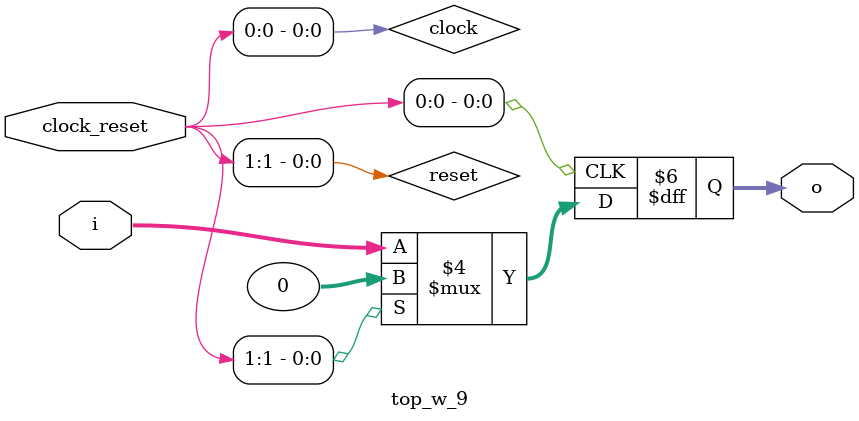
<source format=v>
module top(input wire [1:0] clock_reset, input wire [512:0] i, output wire [256:0] o);
    wire [1409:0] od;
    wire [1152:0] d;
    wire [1152:0] q;
    assign o = od[256:0];
    top_state c0 (.clock_reset(clock_reset),.i(d[640:0]),.o(q[640:0]));
    top_w c1 (.clock_reset(clock_reset),.i(d[1152:641]),.o(q[1152:641]));
    assign od = kernel_kernel(clock_reset, i, q);
    assign d = od[1409:257];
    function [1409:0] kernel_kernel(input reg [1:0] arg_0, input reg [512:0] arg_1, input reg [1152:0] arg_2);
        reg [640:0] r0;
        reg [1152:0] r1;
        reg [255:0] r2;
        reg [0:0] r3;
        reg [512:0] r4;
        reg [511:0] r5;
        reg [31:0] r6;
        reg [1152:0] r7;
        reg [511:0] r8;
        reg [31:0] r9;
        reg [1152:0] r10;
        reg [511:0] r11;
        reg [31:0] r12;
        reg [1152:0] r13;
        reg [511:0] r14;
        reg [31:0] r15;
        reg [1152:0] r16;
        reg [511:0] r17;
        reg [31:0] r18;
        reg [1152:0] r19;
        reg [511:0] r20;
        reg [31:0] r21;
        reg [1152:0] r22;
        reg [511:0] r23;
        reg [31:0] r24;
        reg [1152:0] r25;
        reg [511:0] r26;
        reg [31:0] r27;
        reg [1152:0] r28;
        reg [511:0] r29;
        reg [31:0] r30;
        reg [1152:0] r31;
        reg [511:0] r32;
        reg [31:0] r33;
        reg [1152:0] r34;
        reg [511:0] r35;
        reg [31:0] r36;
        reg [1152:0] r37;
        reg [511:0] r38;
        reg [31:0] r39;
        reg [1152:0] r40;
        reg [511:0] r41;
        reg [31:0] r42;
        reg [1152:0] r43;
        reg [511:0] r44;
        reg [31:0] r45;
        reg [1152:0] r46;
        reg [511:0] r47;
        reg [31:0] r48;
        reg [1152:0] r49;
        reg [511:0] r50;
        reg [31:0] r51;
        reg [1152:0] r52;
        reg [640:0] r53;
        reg [0:0] r54;
        reg [0:0] r55;
        reg [640:0] r56;
        reg [127:0] r57;
        reg [640:0] r58;
        reg [1152:0] r59;
        reg [0:0] r60;
        reg [511:0] r61;
        reg [31:0] r62;
        reg [1152:0] r63;
        reg [511:0] r64;
        reg [31:0] r65;
        reg [1152:0] r66;
        reg [511:0] r67;
        reg [31:0] r68;
        reg [1152:0] r69;
        reg [511:0] r70;
        reg [31:0] r71;
        reg [1152:0] r72;
        reg [511:0] r73;
        reg [31:0] r74;
        reg [1152:0] r75;
        reg [511:0] r76;
        reg [31:0] r77;
        reg [1152:0] r78;
        reg [511:0] r79;
        reg [31:0] r80;
        reg [1152:0] r81;
        reg [511:0] r82;
        reg [31:0] r83;
        reg [1152:0] r84;
        reg [511:0] r85;
        reg [31:0] r86;
        reg [1152:0] r87;
        reg [511:0] r88;
        reg [31:0] r89;
        reg [1152:0] r90;
        reg [511:0] r91;
        reg [31:0] r92;
        reg [1152:0] r93;
        reg [511:0] r94;
        reg [31:0] r95;
        reg [1152:0] r96;
        reg [511:0] r97;
        reg [31:0] r98;
        reg [1152:0] r99;
        reg [511:0] r100;
        reg [31:0] r101;
        reg [1152:0] r102;
        reg [511:0] r103;
        reg [31:0] r104;
        reg [1152:0] r105;
        reg [640:0] r106;
        reg [127:0] r107;
        reg [511:0] r108;
        reg [31:0] r109;
        reg [511:0] r110;
        reg [31:0] r111;
        reg [511:0] r112;
        reg [31:0] r113;
        reg [511:0] r114;
        reg [31:0] r115;
        reg [31:0] r121;
        reg [0:0] r122;
        reg [31:0] r127;
        reg [31:0] r129;
        reg [31:0] r130;
        reg [31:0] r135;
        reg [31:0] r137;
        reg [31:0] r138;
        reg [31:0] r140;
        reg [31:0] r141;
        reg [31:0] r142;
        reg [31:0] r144;
        reg [31:0] r149;
        reg [31:0] r151;
        reg [31:0] r152;
        reg [31:0] r157;
        reg [31:0] r159;
        reg [31:0] r160;
        reg [31:0] r162;
        reg [31:0] r163;
        reg [31:0] r164;
        reg [31:0] r166;
        reg [31:0] r167;
        reg [1152:0] r169;
        reg [511:0] r170;
        reg [31:0] r171;
        reg [1152:0] r172;
        reg [511:0] r173;
        reg [31:0] r174;
        reg [1152:0] r175;
        reg [511:0] r176;
        reg [31:0] r177;
        reg [1152:0] r178;
        reg [511:0] r179;
        reg [31:0] r180;
        reg [1152:0] r181;
        reg [511:0] r182;
        reg [31:0] r183;
        reg [1152:0] r184;
        reg [511:0] r185;
        reg [31:0] r186;
        reg [1152:0] r187;
        reg [511:0] r188;
        reg [31:0] r189;
        reg [1152:0] r190;
        reg [511:0] r191;
        reg [31:0] r192;
        reg [1152:0] r193;
        reg [511:0] r194;
        reg [31:0] r195;
        reg [1152:0] r196;
        reg [511:0] r197;
        reg [31:0] r198;
        reg [1152:0] r199;
        reg [511:0] r200;
        reg [31:0] r201;
        reg [1152:0] r202;
        reg [511:0] r203;
        reg [31:0] r204;
        reg [1152:0] r205;
        reg [511:0] r206;
        reg [31:0] r207;
        reg [1152:0] r208;
        reg [511:0] r209;
        reg [31:0] r210;
        reg [1152:0] r211;
        reg [511:0] r212;
        reg [31:0] r213;
        reg [1152:0] r214;
        reg [511:0] r215;
        reg [31:0] r216;
        reg [1152:0] r217;
        reg [1152:0] r218;
        reg [0:0] r219;
        reg [0:0] r220;
        reg [63:0] r221;
        reg [0:0] r222;
        reg [511:0] r223;
        reg [31:0] r224;
        reg [0:0] r225;
        reg [511:0] r226;
        reg [31:0] r227;
        reg [0:0] r228;
        reg [511:0] r229;
        reg [31:0] r230;
        reg [0:0] r231;
        reg [511:0] r232;
        reg [31:0] r233;
        reg [0:0] r234;
        reg [511:0] r235;
        reg [31:0] r236;
        reg [0:0] r237;
        reg [511:0] r238;
        reg [31:0] r239;
        reg [0:0] r240;
        reg [511:0] r241;
        reg [31:0] r242;
        reg [0:0] r243;
        reg [511:0] r244;
        reg [31:0] r245;
        reg [0:0] r246;
        reg [511:0] r247;
        reg [31:0] r248;
        reg [0:0] r249;
        reg [511:0] r250;
        reg [31:0] r251;
        reg [0:0] r252;
        reg [511:0] r253;
        reg [31:0] r254;
        reg [0:0] r255;
        reg [511:0] r256;
        reg [31:0] r257;
        reg [0:0] r258;
        reg [511:0] r259;
        reg [31:0] r260;
        reg [0:0] r261;
        reg [511:0] r262;
        reg [31:0] r263;
        reg [0:0] r264;
        reg [511:0] r265;
        reg [31:0] r266;
        reg [511:0] r267;
        reg [31:0] r268;
        reg [31:0] r269;
        reg [31:0] r270;
        reg [31:0] r271;
        reg [31:0] r272;
        reg [31:0] r273;
        reg [31:0] r274;
        reg [31:0] r275;
        reg [31:0] r276;
        reg [31:0] r277;
        reg [31:0] r278;
        reg [31:0] r279;
        reg [31:0] r280;
        reg [31:0] r281;
        reg [31:0] r282;
        reg [31:0] r283;
        reg [511:0] r284;
        reg [31:0] r285;
        reg [31:0] r286;
        reg [640:0] r287;
        reg [31:0] r288;
        reg [31:0] r290;
        reg [31:0] r294;
        reg [31:0] r296;
        reg [31:0] r297;
        reg [31:0] r302;
        reg [31:0] r304;
        reg [31:0] r305;
        reg [31:0] r307;
        reg [31:0] r311;
        reg [31:0] r313;
        reg [31:0] r314;
        reg [640:0] r317;
        reg [31:0] r318;
        reg [640:0] r319;
        reg [31:0] r320;
        reg [640:0] r321;
        reg [31:0] r322;
        reg [31:0] r326;
        reg [31:0] r327;
        reg [31:0] r328;
        reg [31:0] r329;
        reg [640:0] r331;
        reg [31:0] r332;
        reg [31:0] r333;
        reg [31:0] r334;
        reg [640:0] r335;
        reg [127:0] r336;
        reg [31:0] r338;
        reg [63:0] r339;
        reg [0:0] r340;
        reg [13:0] r341;
        reg [27:0] r342;
        reg [13:0] r343;
        reg [13:0] r344;
        reg [127:0] r345;
        reg [31:0] r346;
        reg [31:0] r348;
        reg [31:0] r349;
        reg [640:0] r350;
        reg [31:0] r351;
        reg [31:0] r353;
        reg [31:0] r357;
        reg [31:0] r359;
        reg [31:0] r360;
        reg [31:0] r365;
        reg [31:0] r367;
        reg [31:0] r368;
        reg [31:0] r370;
        reg [31:0] r374;
        reg [31:0] r376;
        reg [31:0] r377;
        reg [640:0] r380;
        reg [31:0] r381;
        reg [640:0] r382;
        reg [31:0] r383;
        reg [640:0] r384;
        reg [31:0] r385;
        reg [31:0] r389;
        reg [31:0] r390;
        reg [31:0] r391;
        reg [31:0] r392;
        reg [31:0] r393;
        reg [31:0] r395;
        reg [640:0] r396;
        reg [31:0] r397;
        reg [1152:0] r398;
        reg [640:0] r399;
        reg [31:0] r400;
        reg [1152:0] r401;
        reg [640:0] r402;
        reg [31:0] r403;
        reg [1152:0] r404;
        reg [640:0] r405;
        reg [31:0] r406;
        reg [31:0] r407;
        reg [1152:0] r408;
        reg [640:0] r409;
        reg [31:0] r410;
        reg [1152:0] r411;
        reg [640:0] r412;
        reg [31:0] r413;
        reg [1152:0] r414;
        reg [640:0] r415;
        reg [31:0] r416;
        reg [1152:0] r417;
        reg [31:0] r418;
        reg [1152:0] r419;
        reg [127:0] r420;
        reg [127:0] r421;
        reg [1152:0] r422;
        reg [0:0] r423;
        reg [640:0] r424;
        reg [255:0] r425;
        reg [31:0] r426;
        reg [640:0] r427;
        reg [31:0] r428;
        reg [31:0] r429;
        reg [1152:0] r430;
        reg [640:0] r431;
        reg [255:0] r432;
        reg [31:0] r433;
        reg [640:0] r434;
        reg [31:0] r435;
        reg [31:0] r436;
        reg [1152:0] r437;
        reg [640:0] r438;
        reg [255:0] r439;
        reg [31:0] r440;
        reg [640:0] r441;
        reg [31:0] r442;
        reg [31:0] r443;
        reg [1152:0] r444;
        reg [640:0] r445;
        reg [255:0] r446;
        reg [31:0] r447;
        reg [640:0] r448;
        reg [31:0] r449;
        reg [31:0] r450;
        reg [1152:0] r451;
        reg [640:0] r452;
        reg [255:0] r453;
        reg [31:0] r454;
        reg [640:0] r455;
        reg [31:0] r456;
        reg [31:0] r457;
        reg [1152:0] r458;
        reg [640:0] r459;
        reg [255:0] r460;
        reg [31:0] r461;
        reg [640:0] r462;
        reg [31:0] r463;
        reg [31:0] r464;
        reg [1152:0] r465;
        reg [640:0] r466;
        reg [255:0] r467;
        reg [31:0] r468;
        reg [640:0] r469;
        reg [31:0] r470;
        reg [31:0] r471;
        reg [1152:0] r472;
        reg [640:0] r473;
        reg [255:0] r474;
        reg [31:0] r475;
        reg [640:0] r476;
        reg [31:0] r477;
        reg [31:0] r478;
        reg [1152:0] r479;
        reg [1152:0] r480;
        reg [640:0] r481;
        reg [255:0] r482;
        reg [1152:0] r483;
        reg [255:0] r484;
        reg [0:0] r485;
        reg [1152:0] r486;
        reg [255:0] r487;
        reg [0:0] r488;
        reg [640:0] r489;
        reg [1152:0] r490;
        reg [511:0] r491;
        reg [31:0] r492;
        reg [1152:0] r493;
        reg [511:0] r494;
        reg [31:0] r495;
        reg [1152:0] r496;
        reg [511:0] r497;
        reg [31:0] r498;
        reg [1152:0] r499;
        reg [511:0] r500;
        reg [31:0] r501;
        reg [1152:0] r502;
        reg [511:0] r503;
        reg [31:0] r504;
        reg [1152:0] r505;
        reg [511:0] r506;
        reg [31:0] r507;
        reg [1152:0] r508;
        reg [511:0] r509;
        reg [31:0] r510;
        reg [1152:0] r511;
        reg [511:0] r512;
        reg [31:0] r513;
        reg [1152:0] r514;
        reg [511:0] r515;
        reg [31:0] r516;
        reg [1152:0] r517;
        reg [511:0] r518;
        reg [31:0] r519;
        reg [1152:0] r520;
        reg [511:0] r521;
        reg [31:0] r522;
        reg [1152:0] r523;
        reg [511:0] r524;
        reg [31:0] r525;
        reg [1152:0] r526;
        reg [511:0] r527;
        reg [31:0] r528;
        reg [1152:0] r529;
        reg [511:0] r530;
        reg [31:0] r531;
        reg [1152:0] r532;
        reg [511:0] r533;
        reg [31:0] r534;
        reg [1152:0] r535;
        reg [511:0] r536;
        reg [31:0] r537;
        reg [1152:0] r538;
        reg [640:0] r539;
        reg [255:0] r540;
        reg [1152:0] r541;
        reg [255:0] r542;
        reg [0:0] r543;
        reg [1152:0] r544;
        reg [255:0] r545;
        reg [0:0] r546;
        reg [256:0] r547;
        reg [1409:0] r548;
        reg [1:0] r549;
        reg [27:0] r550;
        reg [41:0] r551;
        reg [34:0] r552;
        reg [20:0] r553;
        reg [48:0] r554;
        reg [50:0] r555;
        reg [38:0] r556;
        reg [49:0] r557;
        reg [37:0] r558;
        reg [42:0] r559;
        reg [56:0] r560;
        reg [33:0] r561;
        reg [44:0] r562;
        reg [53:0] r563;
        reg [16:0] r564;
        reg [18:0] r565;
        reg [6:0] r566;
        reg [17:0] r567;
        reg [5:0] r568;
        reg [10:0] r569;
        reg [24:0] r570;
        reg [1:0] r571;
        reg [12:0] r572;
        reg [21:0] r573;
        localparam l0 = 1153'bxxxxxxxxxxxxxxxxxxxxxxxxxxxxxxxxxxxxxxxxxxxxxxxxxxxxxxxxxxxxxxxxxxxxxxxxxxxxxxxxxxxxxxxxxxxxxxxxxxxxxxxxxxxxxxxxxxxxxxxxxxxxxxxxxxxxxxxxxxxxxxxxxxxxxxxxxxxxxxxxxxxxxxxxxxxxxxxxxxxxxxxxxxxxxxxxxxxxxxxxxxxxxxxxxxxxxxxxxxxxxxxxxxxxxxxxxxxxxxxxxxxxxxxxxxxxxxxxxxxxxxxxxxxxxxxxxxxxxxxxxxxxxxxxxxxxxxxxxxxxxxxxxxxxxxxxxxxxxxxxxxxxxxxxxxxxxxxxxxxxxxxxxxxxxxxxxxxxxxxxxxxxxxxxxxxxxxxxxxxxxxxxxxxxxxxxxxxxxxxxxxxxxxxxxxxxxxxxxxxxxxxxxxxxxxxxxxxxxxxxxxxxxxxxxxxxxxxxxxxxxxxxxxxxxxxxxxxxxxxxxxxxxxxxxxxxxxxxxxxxxxxxxxxxxxxx00000000000000000000000000000000000000000000000000000000000000000000000000000000000000000000000000000000000000000000000000000000001011011111000001100110100011001000111111000001111011001101010111001101100000101011010001000110001010001000011100101001001111111101001010100111111110101001110100011110001101110111100110111001010111011011001111010111010000101011010100000100111100110011001110101101111100000110011010001100100011111100000111101100110101011100110110000010101101000100011000101000100001110010100100111111110100101010011111111010100111010001111000110111011110011011100101011101101100111101011101000010101101010000010011110011001100111;
        localparam l1 = 1153'bxxxxxxxxxxxxxxxxxxxxxxxxxxxxxxxxxxxxxxxxxxxxxxxxxxxxxxxxxxxxxxxxxxxxxxxxxxxxxxxxxxxxxxxxxxxxxxxxxxxxxxxxxxxxxxxxxxxxxxxxxxxxxxxxxxxxxxxxxxxxxxxxxxxxxxxxxxxxxxxxxxxxxxxxxxxxxxxxxxxxxxxxxxxxxxxxxxxxxxxxxxxxxxxxxxxxxxxxxxxxxxxxxxxxxxxxxxxxxxxxxxxxxxxxxxxxxxxxxxxxxxxxxxxxxxxxxxxxxxxxxxxxxxxxxxxxxxxxxxxxxxxxxxxxxxxxxxxxxxxxxxxxxxxxxxxxxxxxxxxxxxxxxxxxxxxxxxxxxxxxxxxxxxxxxxxxxxxxxxxxxxxxxxxxxxxxxxxxxxxxxxxxxxxxxxxxxxxxxxxxxxxxxxxxxxxxxxxxxxxxxxxxxxxxxxxxxxxxxxxxxxxxxxxxxxxxxxxxxxxxxxxxxxxxxxxxxxxxxxxxxxxxxxxxxxxxxxxxxxxxxxxxxxxxxxxxxxxxxxxxxxxxxxxxxxxxxxxxxxxxxxxxxxxxxxxxxxxxxxxxxxxxxxxxxxxxxxxxxxxxxxxxxxxxxxxxxxxxxxxxxxxxxxxxxxxxxxxxxxxxxxxxxxxxxxxxxxxxxxxxxxxxxxxxxxxxxxxxxxxxxxxxxxxxxxxxxxxxxxxxxxxxxxxxxxxxxxxxxxxxxxxxxxxxxxxxxxxxxxxxxxxxxxxxxxxxxxxxxxxxxxxxxxxxxxxxxxxxxxxxxxxxxxxxxxxxxxxxxxxxxxxxxxxxxxxxxxxxxxxxxxxxxxxxxxxxxxxxxxxxxxxxxxxxxxxxxxxxxxxxxxxxxxxxxxxxxxxxxxxxxxxxxxxxxxxxxxxxxxxxxxxxxxxxxxxxxxxxxxxxxxxxxxxxxxxxxxxxxxxxxxxxxxxxxxxxxxxxxxxxxxxxxxxxxxxxxxxxxxxxxxxxxxxxxxxxxxxxxxxxxxxxxxxxxxxxxxxxxxxxxxxxxxxxxxxxxxxxxxxxxxxxxxxxxxxxxxxxxxxxxxxxxxxxxxxxxxxxxxxxxxxxxxxxxxxxxxxxxxxxxxxxxxxxxxxxxxxxxxxxxxxxxxxxxxxxxxxxxxxxxxxxxxxxxxxxx;
        localparam l2 = 128'b00000000000000000000000000000000000000000000000000000000000000000000000000000000000000000000000000000000000000000000000000010000;
        localparam l3 = 128'b00000000000000000000000000000000000000000000000000000000000000000000000000000000000000000000000000000000000000000000000000010000;
        localparam l18 = 128'b00000000000000000000000000000000000000000000000000000000000000000000000000000000000000000000000000000000000000000000000001000000;
        localparam l19 = 128'b00000000000000000000000000000000000000000000000000000000000000000000000000000000000000000000000000000000000000000000000000010000;
        localparam l20 = 64'b0000000000000000000000000000000000000000000000000000000000000000;
        localparam l21 = 64'b0000000000000000000000000000000000000000000000000000000000000001;
        localparam l22 = 64'b0000000000000000000000000000000000000000000000000000000000000010;
        localparam l23 = 64'b0000000000000000000000000000000000000000000000000000000000000011;
        localparam l24 = 64'b0000000000000000000000000000000000000000000000000000000000000100;
        localparam l25 = 64'b0000000000000000000000000000000000000000000000000000000000000101;
        localparam l26 = 64'b0000000000000000000000000000000000000000000000000000000000000110;
        localparam l27 = 64'b0000000000000000000000000000000000000000000000000000000000000111;
        localparam l28 = 64'b0000000000000000000000000000000000000000000000000000000000001000;
        localparam l29 = 64'b0000000000000000000000000000000000000000000000000000000000001001;
        localparam l30 = 64'b0000000000000000000000000000000000000000000000000000000000001010;
        localparam l31 = 64'b0000000000000000000000000000000000000000000000000000000000001011;
        localparam l32 = 64'b0000000000000000000000000000000000000000000000000000000000001100;
        localparam l33 = 64'b0000000000000000000000000000000000000000000000000000000000001101;
        localparam l34 = 64'b0000000000000000000000000000000000000000000000000000000000001110;
        localparam l44 = 64'b0000000000000000000000000000000000000000000000000000000001000000;
        localparam l46 = 14'b00000000000000;
        localparam l47 = 8192'b00000000000000000000000000000000000000000000000000000000000000000000000000000000000000000000000011000110011100010111100011110010000000000000000000000000000000000000000000000000000000000000000000000000000000000000000000000000101111101111100110100011111101110000000000000000000000000000000000000000000000000000000000000000000000000000000000000000000000001010010001010000011011001110101100000000000000000000000000000000000000000000000000000000000000000000000000000000000000000000000010010000101111101111111111111010000000000000000000000000000000000000000000000000000000000000000000000000000000000000000000000000100011001100011100000010000010000000000000000000000000000000000000000000000000000000000000000000000000000000000000000000000000001000010011001000011110000001010000000000000000000000000000000000000000000000000000000000000000000000000000000000000000000000000001111000101001010110001101101111000000000000000000000000000000000000000000000000000000000000000000000000000000000000000000000000011101001000111110000010111011100000000000000000000000000000000000000000000000000000000000000000000000000000000000000000000000000110100000101110011011111111001100000000000000000000000000000000000000000000000000000000000000000000000000000000000000000000000001011011100111001100101001001111000000000000000000000000000000000000000000000000000000000000000000000000000000000000000000000000010011101101100010101010010010100000000000000000000000000000000000000000000000000000000000000000000000000000000000000000000000000011100100011100000011001011001100000000000000000000000000000000000000000000000000000000000000000000000000000000000000000000000000110100101100001011110010110101000000000000000000000000000000000000000000000000000000000000000000000000000000000000000000000000001001110100100001110111010011000000000000000000000000000000000000000000000000000000000000000000000000000000000000000000000000000001111000110111011011000000100000000000000000000000000000000000000000000000000000000000000000000000000000000000000000000000000000011001101001001100000100010110000000000000000000000000000000000000000000000000000000000000000000000000000000000000000000000000000100000110101010100000011100000000000000000000000000000000000000000000000000000000000000000000000000000000000000000000000000001111010000001110001101011000010100000000000000000000000000000000000000000000000000000000000000000000000000000000000000000000000011010110100110010000011000100100000000000000000000000000000000000000000000000000000000000000000000000000000000000000000000000000110100011001001011101000000110010000000000000000000000000000000000000000000000000000000000000000000000000000000000000000000000001100011101101100010100011010001100000000000000000000000000000000000000000000000000000000000000000000000000000000000000000000000011000010010010111000101101110000000000000000000000000000000000000000000000000000000000000000000000000000000000000000000000000000101010000001101001100110010010110000000000000000000000000000000000000000000000000000000000000000000000000000000000000000000000001010001010111111111010001010000100000000000000000000000000000000000000000000000000000000000000000000000000000000000000000000000010010010011100100010110010000101000000000000000000000000000000000000000000000000000000000000000000000000000000000000000000000000100000011100001011001001001011100000000000000000000000000000000000000000000000000000000000000000000000000000000000000000000000000111011001101010000010101011101100000000000000000000000000000000000000000000000000000000000000000000000000000000000000000000000001100101000010100111001101010100000000000000000000000000000000000000000000000000000000000000000000000000000000000000000000000000010100110011100000001101000100110000000000000000000000000000000000000000000000000000000000000000000000000000000000000000000000000100110100101100011011011111110000000000000000000000000000000000000000000000000000000000000000000000000000000000000000000000000000101110000110110010000100111000000000000000000000000000000000000000000000000000000000000000000000000000000000000000000000000000001001111011011100001010100001010000000000000000000000000000000000000000000000000000000000000000000000000000000000000000000000000001010000101001001010010110011100000000000000000000000000000000000000000000000000000000000000000000000000000000000000000000000000000110110010100110001101010001000000000000000000000000000000000000000000000000000000000000000000000000000000000000000000000000110101011010011110010001010001110000000000000000000000000000000000000000000000000000000000000000000000000000000000000000000000001100011011100000000010111111001100000000000000000000000000000000000000000000000000000000000000000000000000000000000000000000000010111111010110010111111111000111000000000000000000000000000000000000000000000000000000000000000000000000000000000000000000000000101100000000001100100111110010000000000000000000000000000000000000000000000000000000000000000000000000000000000000000000000000001010100000110001110001100110110100000000000000000000000000000000000000000000000000000000000000000000000000000000000000000000000010011000001111100101000101010010000000000000000000000000000000000000000000000000000000000000000000000000000000000000000000000000011101101111100110001000110110100000000000000000000000000000000000000000000000000000000000000000000000000000000000000000000000000101110010110000101010011101110000000000000000000000000000000000000000000000000000000000000000000000000000000000000000000000000001001010011101001000010010101010000000000000000000000000000000000000000000000000000000000000000000000000000000000000000000000000001011011110100100101100011011110000000000000000000000000000000000000000000000000000000000000000000000000000000000000000000000000010010000001100101000011100110000000000000000000000000000000000000000000000000000000000000000000000000000000000000000000000000000001111110000011001110111000110000000000000000000000000000000000000000000000000000000000000000000000000000000000000000000000000111011111011111001000111100001100000000000000000000000000000000000000000000000000000000000000000000000000000000000000000000000001110010010011011011010011100000100000000000000000000000000000000000000000000000000000000000000000000000000000000000000000000000011000001100110111111000101110100000000000000000000000000000000000000000000000000000000000000000000000000000000000000000000000000100110111101110000000110101001110000000000000000000000000000000000000000000000000000000000000000000000000000000000000000000000001000000011011110101100011111111000000000000000000000000000000000000000000000000000000000000000000000000000000000000000000000000001110010101111100101110101110100000000000000000000000000000000000000000000000000000000000000000000000000000000000000000000000000010101010000110001111101110000110000000000000000000000000000000000000000000000000000000000000000000000000000000000000000000000000010010000110001100001011011111000000000000000000000000000000000000000000000000000000000000000000000000000000000000000000000000000010010100000110101101100000001000000000000000000000000000000000000000000000000000000000000000000000000000000000000000000000000110110000000011110101010100110000000000000000000000000000000000000000000000000000000000000000000000000000000000000000000000000001010101100011100010111101101010100000000000000000000000000000000000000000000000000000000000000000000000000000000000000000000000010010010001111111000001010100100000000000000000000000000000000000000000000000000000000000000000000000000000000000000000000000000010110011111000100010001111100010000000000000000000000000000000000000000000000000000000000000000000000000000000000000000000000000011100101010110110000100101101100000000000000000000000000000000000000000000000000000000000000000000000000000000000000000000000011101001101101011101101110100101000000000000000000000000000000000000000000000000000000000000000000000000000000000000000000000000101101011100000011111011110011110000000000000000000000000000000000000000000000000000000000000000000000000000000000000000000000000111000100110111010001001001000100000000000000000000000000000000000000000000000000000000000000000000000000000000000000000000000001000010100010100010111110011000;
        localparam l48 = 32'b00000000000000000000000000000000;
        localparam l58 = 128'b00000000000000000000000000000000000000000000000000000000000000000000000000000000000000000000000000000000000000000000000000000001;
        localparam l59 = 128'b00000000000000000000000000000000000000000000000000000000000000000000000000000000000000000000000000000000000000000000000000111111;
        localparam l60 = 1'b1;
        localparam l61 = 1'b1;
        localparam l62 = 1'b0;
        localparam l63 = 1'b1;
        localparam l65 = 7'b0000000;
        localparam l86 = 15'b000000000000000;
        localparam l87 = 13'b0000000000000;
        localparam l88 = 25'b0000000000000000000000000;
        localparam l89 = 14'b00000000000000;
        localparam l90 = 26'b00000000000000000000000000;
        localparam l91 = 21'b000000000000000000000;
        localparam l92 = 7'b0000000;
        localparam l93 = 30'b000000000000000000000000000000;
        localparam l94 = 19'b0000000000000000000;
        localparam l95 = 10'b0000000000;
        begin
            r549 = arg_0;
            r4 = arg_1;
            r1 = arg_2;
            // let d = D::dont_care();
            //
            // let output_valid = false;
            //
            // let hash_out = q.state.h;
            //
            r0 = r1[640:0];
            r2 = r0[255:0];
            // if input.start {
            //    d.state = Sha256State/* fpga_test::Sha256State */ {h: [bits(H0[0]), bits(H0[1]), bits(H0[2]), bits(H0[3]), bits(H0[4]), bits(H0[5]), bits(H0[6]), bits(H0[7]), ], round: bits(0), done: false, a: bits(H0[0]), b: bits(H0[1]), c: bits(H0[2]), d: bits(H0[3]), e: bits(H0[4]), f: bits(H0[5]), g: bits(H0[6]), h_reg: bits(H0[7]),};
            //    d.w[0] = input.block[0];
            //    d.w[1] = input.block[1];
            //    d.w[2] = input.block[2];
            //    d.w[3] = input.block[3];
            //    d.w[4] = input.block[4];
            //    d.w[5] = input.block[5];
            //    d.w[6] = input.block[6];
            //    d.w[7] = input.block[7];
            //    d.w[8] = input.block[8];
            //    d.w[9] = input.block[9];
            //    d.w[10] = input.block[10];
            //    d.w[11] = input.block[11];
            //    d.w[12] = input.block[12];
            //    d.w[13] = input.block[13];
            //    d.w[14] = input.block[14];
            //    d.w[15] = input.block[15];
            // }
            //  else if !q.state.done {
            //    let round_val = q.state.round.raw();
            //    d.state = q.state;
            //    if round_val >= 16 {
            //       d.w[0] = q.w[1];
            //       d.w[1] = q.w[2];
            //       d.w[2] = q.w[3];
            //       d.w[3] = q.w[4];
            //       d.w[4] = q.w[5];
            //       d.w[5] = q.w[6];
            //       d.w[6] = q.w[7];
            //       d.w[7] = q.w[8];
            //       d.w[8] = q.w[9];
            //       d.w[9] = q.w[10];
            //       d.w[10] = q.w[11];
            //       d.w[11] = q.w[12];
            //       d.w[12] = q.w[13];
            //       d.w[13] = q.w[14];
            //       d.w[14] = q.w[15];
            //       d.w[15] = get_w(q.state.round, q.w[0], q.w[1], q.w[9], q.w[14]);
            //    }
            //     else {
            //       d.w[0] = q.w[0];
            //       d.w[1] = q.w[1];
            //       d.w[2] = q.w[2];
            //       d.w[3] = q.w[3];
            //       d.w[4] = q.w[4];
            //       d.w[5] = q.w[5];
            //       d.w[6] = q.w[6];
            //       d.w[7] = q.w[7];
            //       d.w[8] = q.w[8];
            //       d.w[9] = q.w[9];
            //       d.w[10] = q.w[10];
            //       d.w[11] = q.w[11];
            //       d.w[12] = q.w[12];
            //       d.w[13] = q.w[13];
            //       d.w[14] = q.w[14];
            //       d.w[15] = q.w[15];
            //    }
            //
            //    if round_val < 64 {
            //       let current_w = if round_val < 16 {
            //          let idx = round_val as b64;
            //          if idx == 0 {
            //             q.w[0]
            //          }
            //           else if idx == 1 {
            //             q.w[1]
            //          }
            //           else if idx == 2 {
            //             q.w[2]
            //          }
            //           else if idx == 3 {
            //             q.w[3]
            //          }
            //           else if idx == 4 {
            //             q.w[4]
            //          }
            //           else if idx == 5 {
            //             q.w[5]
            //          }
            //           else if idx == 6 {
            //             q.w[6]
            //          }
            //           else if idx == 7 {
            //             q.w[7]
            //          }
            //           else if idx == 8 {
            //             q.w[8]
            //          }
            //           else if idx == 9 {
            //             q.w[9]
            //          }
            //           else if idx == 10 {
            //             q.w[10]
            //          }
            //           else if idx == 11 {
            //             q.w[11]
            //          }
            //           else if idx == 12 {
            //             q.w[12]
            //          }
            //           else if idx == 13 {
            //             q.w[13]
            //          }
            //           else if idx == 14 {
            //             q.w[14]
            //          }
            //           else {
            //             q.w[15]
            //          }
            //
            //       }
            //        else {
            //          d.w[15]
            //       }
            //       ;
            //       let s1 = sigma1(q.state.e);
            //       let ch_result = ch(q.state.e, q.state.f, q.state.g);
            //       let temp1 = q.state.h_reg + s1 + ch_result + get_k(q.state.round) + current_w;
            //       let s0 = sigma0(q.state.a);
            //       let maj_result = maj(q.state.a, q.state.b, q.state.c);
            //       let temp2 = s0 + maj_result;
            //       d.state.h_reg = q.state.g;
            //       d.state.g = q.state.f;
            //       d.state.f = q.state.e;
            //       d.state.e = q.state.d + temp1;
            //       d.state.d = q.state.c;
            //       d.state.c = q.state.b;
            //       d.state.b = q.state.a;
            //       d.state.a = temp1 + temp2;
            //       d.state.round = bits(round_val + 1);
            //       if round_val == 63 {
            //          d.state.h[0] = q.state.h[0] + d.state.a;
            //          d.state.h[1] = q.state.h[1] + d.state.b;
            //          d.state.h[2] = q.state.h[2] + d.state.c;
            //          d.state.h[3] = q.state.h[3] + d.state.d;
            //          d.state.h[4] = q.state.h[4] + d.state.e;
            //          d.state.h[5] = q.state.h[5] + d.state.f;
            //          d.state.h[6] = q.state.h[6] + d.state.g;
            //          d.state.h[7] = q.state.h[7] + d.state.h_reg;
            //          d.state.done = true;
            //          output_valid = true;
            //          hash_out = d.state.h;
            //       }
            //
            //    }
            //
            // }
            //  else {
            //    d.state = q.state;
            //    d.w[0] = q.w[0];
            //    d.w[1] = q.w[1];
            //    d.w[2] = q.w[2];
            //    d.w[3] = q.w[3];
            //    d.w[4] = q.w[4];
            //    d.w[5] = q.w[5];
            //    d.w[6] = q.w[6];
            //    d.w[7] = q.w[7];
            //    d.w[8] = q.w[8];
            //    d.w[9] = q.w[9];
            //    d.w[10] = q.w[10];
            //    d.w[11] = q.w[11];
            //    d.w[12] = q.w[12];
            //    d.w[13] = q.w[13];
            //    d.w[14] = q.w[14];
            //    d.w[15] = q.w[15];
            //    output_valid = true;
            //    hash_out = q.state.h;
            // }
            //
            //
            r3 = r4[512];
            // d.state = Sha256State/* fpga_test::Sha256State */ {h: [bits(H0[0]), bits(H0[1]), bits(H0[2]), bits(H0[3]), bits(H0[4]), bits(H0[5]), bits(H0[6]), bits(H0[7]), ], round: bits(0), done: false, a: bits(H0[0]), b: bits(H0[1]), c: bits(H0[2]), d: bits(H0[3]), e: bits(H0[4]), f: bits(H0[5]), g: bits(H0[6]), h_reg: bits(H0[7]),};
            //
            // d.w[0] = input.block[0];
            //
            r5 = r4[511:0];
            r6 = r5[31:0];
            r7 = l0; r7[672:641] = r6;
            // d.w[1] = input.block[1];
            //
            r8 = r4[511:0];
            r9 = r8[63:32];
            r10 = r7; r10[704:673] = r9;
            // d.w[2] = input.block[2];
            //
            r11 = r4[511:0];
            r12 = r11[95:64];
            r13 = r10; r13[736:705] = r12;
            // d.w[3] = input.block[3];
            //
            r14 = r4[511:0];
            r15 = r14[127:96];
            r16 = r13; r16[768:737] = r15;
            // d.w[4] = input.block[4];
            //
            r17 = r4[511:0];
            r18 = r17[159:128];
            r19 = r16; r19[800:769] = r18;
            // d.w[5] = input.block[5];
            //
            r20 = r4[511:0];
            r21 = r20[191:160];
            r22 = r19; r22[832:801] = r21;
            // d.w[6] = input.block[6];
            //
            r23 = r4[511:0];
            r24 = r23[223:192];
            r25 = r22; r25[864:833] = r24;
            // d.w[7] = input.block[7];
            //
            r26 = r4[511:0];
            r27 = r26[255:224];
            r28 = r25; r28[896:865] = r27;
            // d.w[8] = input.block[8];
            //
            r29 = r4[511:0];
            r30 = r29[287:256];
            r31 = r28; r31[928:897] = r30;
            // d.w[9] = input.block[9];
            //
            r32 = r4[511:0];
            r33 = r32[319:288];
            r34 = r31; r34[960:929] = r33;
            // d.w[10] = input.block[10];
            //
            r35 = r4[511:0];
            r36 = r35[351:320];
            r37 = r34; r37[992:961] = r36;
            // d.w[11] = input.block[11];
            //
            r38 = r4[511:0];
            r39 = r38[383:352];
            r40 = r37; r40[1024:993] = r39;
            // d.w[12] = input.block[12];
            //
            r41 = r4[511:0];
            r42 = r41[415:384];
            r43 = r40; r43[1056:1025] = r42;
            // d.w[13] = input.block[13];
            //
            r44 = r4[511:0];
            r45 = r44[447:416];
            r46 = r43; r46[1088:1057] = r45;
            // d.w[14] = input.block[14];
            //
            r47 = r4[511:0];
            r48 = r47[479:448];
            r49 = r46; r49[1120:1089] = r48;
            // d.w[15] = input.block[15];
            //
            r50 = r4[511:0];
            r51 = r50[511:480];
            r52 = r49; r52[1152:1121] = r51;
            r53 = r1[640:0];
            r54 = r53[640];
            r55 = ~(r54);
            // let round_val = q.state.round.raw();
            //
            r56 = r1[640:0];
            r57 = r56[639:512];
            // d.state = q.state;
            //
            r58 = r1[640:0];
            r59 = l1; r59[640:0] = r58;
            // if round_val >= 16 {
            //    d.w[0] = q.w[1];
            //    d.w[1] = q.w[2];
            //    d.w[2] = q.w[3];
            //    d.w[3] = q.w[4];
            //    d.w[4] = q.w[5];
            //    d.w[5] = q.w[6];
            //    d.w[6] = q.w[7];
            //    d.w[7] = q.w[8];
            //    d.w[8] = q.w[9];
            //    d.w[9] = q.w[10];
            //    d.w[10] = q.w[11];
            //    d.w[11] = q.w[12];
            //    d.w[12] = q.w[13];
            //    d.w[13] = q.w[14];
            //    d.w[14] = q.w[15];
            //    d.w[15] = get_w(q.state.round, q.w[0], q.w[1], q.w[9], q.w[14]);
            // }
            //  else {
            //    d.w[0] = q.w[0];
            //    d.w[1] = q.w[1];
            //    d.w[2] = q.w[2];
            //    d.w[3] = q.w[3];
            //    d.w[4] = q.w[4];
            //    d.w[5] = q.w[5];
            //    d.w[6] = q.w[6];
            //    d.w[7] = q.w[7];
            //    d.w[8] = q.w[8];
            //    d.w[9] = q.w[9];
            //    d.w[10] = q.w[10];
            //    d.w[11] = q.w[11];
            //    d.w[12] = q.w[12];
            //    d.w[13] = q.w[13];
            //    d.w[14] = q.w[14];
            //    d.w[15] = q.w[15];
            // }
            //
            //
            r60 = r57 >= l2;
            // d.w[0] = q.w[1];
            //
            r61 = r1[1152:641];
            r62 = r61[63:32];
            r63 = r59; r63[672:641] = r62;
            // d.w[1] = q.w[2];
            //
            r64 = r1[1152:641];
            r65 = r64[95:64];
            r66 = r63; r66[704:673] = r65;
            // d.w[2] = q.w[3];
            //
            r67 = r1[1152:641];
            r68 = r67[127:96];
            r69 = r66; r69[736:705] = r68;
            // d.w[3] = q.w[4];
            //
            r70 = r1[1152:641];
            r71 = r70[159:128];
            r72 = r69; r72[768:737] = r71;
            // d.w[4] = q.w[5];
            //
            r73 = r1[1152:641];
            r74 = r73[191:160];
            r75 = r72; r75[800:769] = r74;
            // d.w[5] = q.w[6];
            //
            r76 = r1[1152:641];
            r77 = r76[223:192];
            r78 = r75; r78[832:801] = r77;
            // d.w[6] = q.w[7];
            //
            r79 = r1[1152:641];
            r80 = r79[255:224];
            r81 = r78; r81[864:833] = r80;
            // d.w[7] = q.w[8];
            //
            r82 = r1[1152:641];
            r83 = r82[287:256];
            r84 = r81; r84[896:865] = r83;
            // d.w[8] = q.w[9];
            //
            r85 = r1[1152:641];
            r86 = r85[319:288];
            r87 = r84; r87[928:897] = r86;
            // d.w[9] = q.w[10];
            //
            r88 = r1[1152:641];
            r89 = r88[351:320];
            r90 = r87; r90[960:929] = r89;
            // d.w[10] = q.w[11];
            //
            r91 = r1[1152:641];
            r92 = r91[383:352];
            r93 = r90; r93[992:961] = r92;
            // d.w[11] = q.w[12];
            //
            r94 = r1[1152:641];
            r95 = r94[415:384];
            r96 = r93; r96[1024:993] = r95;
            // d.w[12] = q.w[13];
            //
            r97 = r1[1152:641];
            r98 = r97[447:416];
            r99 = r96; r99[1056:1025] = r98;
            // d.w[13] = q.w[14];
            //
            r100 = r1[1152:641];
            r101 = r100[479:448];
            r102 = r99; r102[1088:1057] = r101;
            // d.w[14] = q.w[15];
            //
            r103 = r1[1152:641];
            r104 = r103[511:480];
            r105 = r102; r105[1120:1089] = r104;
            // d.w[15] = get_w(q.state.round, q.w[0], q.w[1], q.w[9], q.w[14]);
            //
            r106 = r1[640:0];
            r107 = r106[639:512];
            r108 = r1[1152:641];
            r109 = r108[31:0];
            r110 = r1[1152:641];
            r111 = r110[63:32];
            r112 = r1[1152:641];
            r113 = r112[319:288];
            r114 = r1[1152:641];
            r115 = r114[479:448];
            // let r = round.raw();
            //
            // if r < 16 {
            //    w0
            // }
            //  else {
            //    gamma1(w14) + w9 + gamma0(w1) + w0
            // }
            //
            //
            r122 = r107 < l3;
            // w0
            //
            // gamma1(w14) + w9 + gamma0(w1) + w0
            //
            // rotr(x, 17) ^ rotr(x, 19) ^ (x >> 10)
            //
            // let n = n & 31;
            //
            // (x >> n) | (x << (32 - n))
            //
            r554 = { {17{1'b0}}, r115 };
            r127 = r554[48:17];
            r564 = r115[16:0];
            r129 = { r564, l86 };
            r130 = r127 | r129;
            // let n = n & 31;
            //
            // (x >> n) | (x << (32 - n))
            //
            r555 = { {19{1'b0}}, r115 };
            r135 = r555[50:19];
            r565 = r115[18:0];
            r137 = { r565, l87 };
            r138 = r135 | r137;
            r140 = r130 ^ r138;
            r551 = { {10{1'b0}}, r115 };
            r141 = r551[41:10];
            r142 = r140 ^ r141;
            r144 = r142 + r113;
            // rotr(x, 7) ^ rotr(x, 18) ^ (x >> 3)
            //
            // let n = n & 31;
            //
            // (x >> n) | (x << (32 - n))
            //
            r556 = { {7{1'b0}}, r111 };
            r149 = r556[38:7];
            r566 = r111[6:0];
            r151 = { r566, l88 };
            r152 = r149 | r151;
            // let n = n & 31;
            //
            // (x >> n) | (x << (32 - n))
            //
            r557 = { {18{1'b0}}, r111 };
            r157 = r557[49:18];
            r567 = r111[17:0];
            r159 = { r567, l89 };
            r160 = r157 | r159;
            r162 = r152 ^ r160;
            r552 = { {3{1'b0}}, r111 };
            r163 = r552[34:3];
            r164 = r162 ^ r163;
            r166 = r144 + r164;
            r167 = r166 + r109;
            r121 = (r122) ? (r109) : (r167);
            r169 = r105; r169[1152:1121] = r121;
            // d.w[0] = q.w[0];
            //
            r170 = r1[1152:641];
            r171 = r170[31:0];
            r172 = r59; r172[672:641] = r171;
            // d.w[1] = q.w[1];
            //
            r173 = r1[1152:641];
            r174 = r173[63:32];
            r175 = r172; r175[704:673] = r174;
            // d.w[2] = q.w[2];
            //
            r176 = r1[1152:641];
            r177 = r176[95:64];
            r178 = r175; r178[736:705] = r177;
            // d.w[3] = q.w[3];
            //
            r179 = r1[1152:641];
            r180 = r179[127:96];
            r181 = r178; r181[768:737] = r180;
            // d.w[4] = q.w[4];
            //
            r182 = r1[1152:641];
            r183 = r182[159:128];
            r184 = r181; r184[800:769] = r183;
            // d.w[5] = q.w[5];
            //
            r185 = r1[1152:641];
            r186 = r185[191:160];
            r187 = r184; r187[832:801] = r186;
            // d.w[6] = q.w[6];
            //
            r188 = r1[1152:641];
            r189 = r188[223:192];
            r190 = r187; r190[864:833] = r189;
            // d.w[7] = q.w[7];
            //
            r191 = r1[1152:641];
            r192 = r191[255:224];
            r193 = r190; r193[896:865] = r192;
            // d.w[8] = q.w[8];
            //
            r194 = r1[1152:641];
            r195 = r194[287:256];
            r196 = r193; r196[928:897] = r195;
            // d.w[9] = q.w[9];
            //
            r197 = r1[1152:641];
            r198 = r197[319:288];
            r199 = r196; r199[960:929] = r198;
            // d.w[10] = q.w[10];
            //
            r200 = r1[1152:641];
            r201 = r200[351:320];
            r202 = r199; r202[992:961] = r201;
            // d.w[11] = q.w[11];
            //
            r203 = r1[1152:641];
            r204 = r203[383:352];
            r205 = r202; r205[1024:993] = r204;
            // d.w[12] = q.w[12];
            //
            r206 = r1[1152:641];
            r207 = r206[415:384];
            r208 = r205; r208[1056:1025] = r207;
            // d.w[13] = q.w[13];
            //
            r209 = r1[1152:641];
            r210 = r209[447:416];
            r211 = r208; r211[1088:1057] = r210;
            // d.w[14] = q.w[14];
            //
            r212 = r1[1152:641];
            r213 = r212[479:448];
            r214 = r211; r214[1120:1089] = r213;
            // d.w[15] = q.w[15];
            //
            r215 = r1[1152:641];
            r216 = r215[511:480];
            r217 = r214; r217[1152:1121] = r216;
            r218 = (r60) ? (r169) : (r217);
            // if round_val < 64 {
            //    let current_w = if round_val < 16 {
            //       let idx = round_val as b64;
            //       if idx == 0 {
            //          q.w[0]
            //       }
            //        else if idx == 1 {
            //          q.w[1]
            //       }
            //        else if idx == 2 {
            //          q.w[2]
            //       }
            //        else if idx == 3 {
            //          q.w[3]
            //       }
            //        else if idx == 4 {
            //          q.w[4]
            //       }
            //        else if idx == 5 {
            //          q.w[5]
            //       }
            //        else if idx == 6 {
            //          q.w[6]
            //       }
            //        else if idx == 7 {
            //          q.w[7]
            //       }
            //        else if idx == 8 {
            //          q.w[8]
            //       }
            //        else if idx == 9 {
            //          q.w[9]
            //       }
            //        else if idx == 10 {
            //          q.w[10]
            //       }
            //        else if idx == 11 {
            //          q.w[11]
            //       }
            //        else if idx == 12 {
            //          q.w[12]
            //       }
            //        else if idx == 13 {
            //          q.w[13]
            //       }
            //        else if idx == 14 {
            //          q.w[14]
            //       }
            //        else {
            //          q.w[15]
            //       }
            //
            //    }
            //     else {
            //       d.w[15]
            //    }
            //    ;
            //    let s1 = sigma1(q.state.e);
            //    let ch_result = ch(q.state.e, q.state.f, q.state.g);
            //    let temp1 = q.state.h_reg + s1 + ch_result + get_k(q.state.round) + current_w;
            //    let s0 = sigma0(q.state.a);
            //    let maj_result = maj(q.state.a, q.state.b, q.state.c);
            //    let temp2 = s0 + maj_result;
            //    d.state.h_reg = q.state.g;
            //    d.state.g = q.state.f;
            //    d.state.f = q.state.e;
            //    d.state.e = q.state.d + temp1;
            //    d.state.d = q.state.c;
            //    d.state.c = q.state.b;
            //    d.state.b = q.state.a;
            //    d.state.a = temp1 + temp2;
            //    d.state.round = bits(round_val + 1);
            //    if round_val == 63 {
            //       d.state.h[0] = q.state.h[0] + d.state.a;
            //       d.state.h[1] = q.state.h[1] + d.state.b;
            //       d.state.h[2] = q.state.h[2] + d.state.c;
            //       d.state.h[3] = q.state.h[3] + d.state.d;
            //       d.state.h[4] = q.state.h[4] + d.state.e;
            //       d.state.h[5] = q.state.h[5] + d.state.f;
            //       d.state.h[6] = q.state.h[6] + d.state.g;
            //       d.state.h[7] = q.state.h[7] + d.state.h_reg;
            //       d.state.done = true;
            //       output_valid = true;
            //       hash_out = d.state.h;
            //    }
            //
            // }
            //
            //
            r219 = r57 < l18;
            // let current_w = if round_val < 16 {
            //    let idx = round_val as b64;
            //    if idx == 0 {
            //       q.w[0]
            //    }
            //     else if idx == 1 {
            //       q.w[1]
            //    }
            //     else if idx == 2 {
            //       q.w[2]
            //    }
            //     else if idx == 3 {
            //       q.w[3]
            //    }
            //     else if idx == 4 {
            //       q.w[4]
            //    }
            //     else if idx == 5 {
            //       q.w[5]
            //    }
            //     else if idx == 6 {
            //       q.w[6]
            //    }
            //     else if idx == 7 {
            //       q.w[7]
            //    }
            //     else if idx == 8 {
            //       q.w[8]
            //    }
            //     else if idx == 9 {
            //       q.w[9]
            //    }
            //     else if idx == 10 {
            //       q.w[10]
            //    }
            //     else if idx == 11 {
            //       q.w[11]
            //    }
            //     else if idx == 12 {
            //       q.w[12]
            //    }
            //     else if idx == 13 {
            //       q.w[13]
            //    }
            //     else if idx == 14 {
            //       q.w[14]
            //    }
            //     else {
            //       q.w[15]
            //    }
            //
            // }
            //  else {
            //    d.w[15]
            // }
            // ;
            //
            r220 = r57 < l19;
            // let idx = round_val as b64;
            //
            r221 = r57[63:0];
            // if idx == 0 {
            //    q.w[0]
            // }
            //  else if idx == 1 {
            //    q.w[1]
            // }
            //  else if idx == 2 {
            //    q.w[2]
            // }
            //  else if idx == 3 {
            //    q.w[3]
            // }
            //  else if idx == 4 {
            //    q.w[4]
            // }
            //  else if idx == 5 {
            //    q.w[5]
            // }
            //  else if idx == 6 {
            //    q.w[6]
            // }
            //  else if idx == 7 {
            //    q.w[7]
            // }
            //  else if idx == 8 {
            //    q.w[8]
            // }
            //  else if idx == 9 {
            //    q.w[9]
            // }
            //  else if idx == 10 {
            //    q.w[10]
            // }
            //  else if idx == 11 {
            //    q.w[11]
            // }
            //  else if idx == 12 {
            //    q.w[12]
            // }
            //  else if idx == 13 {
            //    q.w[13]
            // }
            //  else if idx == 14 {
            //    q.w[14]
            // }
            //  else {
            //    q.w[15]
            // }
            //
            //
            r222 = r221 == l20;
            // q.w[0]
            //
            r223 = r1[1152:641];
            r224 = r223[31:0];
            r225 = r221 == l21;
            // q.w[1]
            //
            r226 = r1[1152:641];
            r227 = r226[63:32];
            r228 = r221 == l22;
            // q.w[2]
            //
            r229 = r1[1152:641];
            r230 = r229[95:64];
            r231 = r221 == l23;
            // q.w[3]
            //
            r232 = r1[1152:641];
            r233 = r232[127:96];
            r234 = r221 == l24;
            // q.w[4]
            //
            r235 = r1[1152:641];
            r236 = r235[159:128];
            r237 = r221 == l25;
            // q.w[5]
            //
            r238 = r1[1152:641];
            r239 = r238[191:160];
            r240 = r221 == l26;
            // q.w[6]
            //
            r241 = r1[1152:641];
            r242 = r241[223:192];
            r243 = r221 == l27;
            // q.w[7]
            //
            r244 = r1[1152:641];
            r245 = r244[255:224];
            r246 = r221 == l28;
            // q.w[8]
            //
            r247 = r1[1152:641];
            r248 = r247[287:256];
            r249 = r221 == l29;
            // q.w[9]
            //
            r250 = r1[1152:641];
            r251 = r250[319:288];
            r252 = r221 == l30;
            // q.w[10]
            //
            r253 = r1[1152:641];
            r254 = r253[351:320];
            r255 = r221 == l31;
            // q.w[11]
            //
            r256 = r1[1152:641];
            r257 = r256[383:352];
            r258 = r221 == l32;
            // q.w[12]
            //
            r259 = r1[1152:641];
            r260 = r259[415:384];
            r261 = r221 == l33;
            // q.w[13]
            //
            r262 = r1[1152:641];
            r263 = r262[447:416];
            r264 = r221 == l34;
            // q.w[14]
            //
            r265 = r1[1152:641];
            r266 = r265[479:448];
            // q.w[15]
            //
            r267 = r1[1152:641];
            r268 = r267[511:480];
            r269 = (r264) ? (r266) : (r268);
            r270 = (r261) ? (r263) : (r269);
            r271 = (r258) ? (r260) : (r270);
            r272 = (r255) ? (r257) : (r271);
            r273 = (r252) ? (r254) : (r272);
            r274 = (r249) ? (r251) : (r273);
            r275 = (r246) ? (r248) : (r274);
            r276 = (r243) ? (r245) : (r275);
            r277 = (r240) ? (r242) : (r276);
            r278 = (r237) ? (r239) : (r277);
            r279 = (r234) ? (r236) : (r278);
            r280 = (r231) ? (r233) : (r279);
            r281 = (r228) ? (r230) : (r280);
            r282 = (r225) ? (r227) : (r281);
            r283 = (r222) ? (r224) : (r282);
            // d.w[15]
            //
            r284 = r218[1152:641];
            r285 = r284[511:480];
            r286 = (r220) ? (r283) : (r285);
            // let s1 = sigma1(q.state.e);
            //
            r287 = r1[640:0];
            r288 = r287[415:384];
            // rotr(x, 6) ^ rotr(x, 11) ^ rotr(x, 25)
            //
            // let n = n & 31;
            //
            // (x >> n) | (x << (32 - n))
            //
            r558 = { {6{1'b0}}, r288 };
            r294 = r558[37:6];
            r568 = r288[5:0];
            r296 = { r568, l90 };
            r297 = r294 | r296;
            // let n = n & 31;
            //
            // (x >> n) | (x << (32 - n))
            //
            r559 = { {11{1'b0}}, r288 };
            r302 = r559[42:11];
            r569 = r288[10:0];
            r304 = { r569, l91 };
            r305 = r302 | r304;
            r307 = r297 ^ r305;
            // let n = n & 31;
            //
            // (x >> n) | (x << (32 - n))
            //
            r560 = { {25{1'b0}}, r288 };
            r311 = r560[56:25];
            r570 = r288[24:0];
            r313 = { r570, l92 };
            r314 = r311 | r313;
            r290 = r307 ^ r314;
            // let ch_result = ch(q.state.e, q.state.f, q.state.g);
            //
            r317 = r1[640:0];
            r318 = r317[415:384];
            r319 = r1[640:0];
            r320 = r319[447:416];
            r321 = r1[640:0];
            r322 = r321[479:448];
            // (x & y) ^ (!x & z)
            //
            r327 = r318 & r320;
            r328 = ~(r318);
            r329 = r328 & r322;
            r326 = r327 ^ r329;
            // let temp1 = q.state.h_reg + s1 + ch_result + get_k(q.state.round) + current_w;
            //
            r331 = r1[640:0];
            r332 = r331[511:480];
            r333 = r332 + r290;
            r334 = r333 + r326;
            r335 = r1[640:0];
            r336 = r335[639:512];
            // let r = round.raw() as b64;
            //
            r339 = r336[63:0];
            // if r < 64 {
            //    bits(K[r])
            // }
            //  else {
            //    bits(0)
            // }
            //
            //
            r340 = r339 < l44;
            // bits(K[r])
            //
            r341 = r339[13:0];
            r550 = { {14{1'b0}}, r341 };
            r553 = r550[20:0];
            r342 = { r553, l65 };
            r343 = r342[13:0];
            r344 = l46 + r343;
            r345 = l47[(r344) +: 128];
            r346 = r345[31:0];
            // bits(0)
            //
            r338 = (r340) ? (r346) : (l48);
            r348 = r334 + r338;
            r349 = r348 + r286;
            // let s0 = sigma0(q.state.a);
            //
            r350 = r1[640:0];
            r351 = r350[287:256];
            // rotr(x, 2) ^ rotr(x, 13) ^ rotr(x, 22)
            //
            // let n = n & 31;
            //
            // (x >> n) | (x << (32 - n))
            //
            r561 = { {2{1'b0}}, r351 };
            r357 = r561[33:2];
            r571 = r351[1:0];
            r359 = { r571, l93 };
            r360 = r357 | r359;
            // let n = n & 31;
            //
            // (x >> n) | (x << (32 - n))
            //
            r562 = { {13{1'b0}}, r351 };
            r365 = r562[44:13];
            r572 = r351[12:0];
            r367 = { r572, l94 };
            r368 = r365 | r367;
            r370 = r360 ^ r368;
            // let n = n & 31;
            //
            // (x >> n) | (x << (32 - n))
            //
            r563 = { {22{1'b0}}, r351 };
            r374 = r563[53:22];
            r573 = r351[21:0];
            r376 = { r573, l95 };
            r377 = r374 | r376;
            r353 = r370 ^ r377;
            // let maj_result = maj(q.state.a, q.state.b, q.state.c);
            //
            r380 = r1[640:0];
            r381 = r380[287:256];
            r382 = r1[640:0];
            r383 = r382[319:288];
            r384 = r1[640:0];
            r385 = r384[351:320];
            // (x & y) ^ (x & z) ^ (y & z)
            //
            r390 = r381 & r383;
            r391 = r381 & r385;
            r392 = r390 ^ r391;
            r393 = r383 & r385;
            r389 = r392 ^ r393;
            // let temp2 = s0 + maj_result;
            //
            r395 = r353 + r389;
            // d.state.h_reg = q.state.g;
            //
            r396 = r1[640:0];
            r397 = r396[479:448];
            r398 = r218; r398[511:480] = r397;
            // d.state.g = q.state.f;
            //
            r399 = r1[640:0];
            r400 = r399[447:416];
            r401 = r398; r401[479:448] = r400;
            // d.state.f = q.state.e;
            //
            r402 = r1[640:0];
            r403 = r402[415:384];
            r404 = r401; r404[447:416] = r403;
            // d.state.e = q.state.d + temp1;
            //
            r405 = r1[640:0];
            r406 = r405[383:352];
            r407 = r406 + r349;
            r408 = r404; r408[415:384] = r407;
            // d.state.d = q.state.c;
            //
            r409 = r1[640:0];
            r410 = r409[351:320];
            r411 = r408; r411[383:352] = r410;
            // d.state.c = q.state.b;
            //
            r412 = r1[640:0];
            r413 = r412[319:288];
            r414 = r411; r414[351:320] = r413;
            // d.state.b = q.state.a;
            //
            r415 = r1[640:0];
            r416 = r415[287:256];
            r417 = r414; r417[319:288] = r416;
            // d.state.a = temp1 + temp2;
            //
            r418 = r349 + r395;
            r419 = r417; r419[287:256] = r418;
            // d.state.round = bits(round_val + 1);
            //
            r420 = r57 + l58;
            r421 = r420[127:0];
            r422 = r419; r422[639:512] = r421;
            // if round_val == 63 {
            //    d.state.h[0] = q.state.h[0] + d.state.a;
            //    d.state.h[1] = q.state.h[1] + d.state.b;
            //    d.state.h[2] = q.state.h[2] + d.state.c;
            //    d.state.h[3] = q.state.h[3] + d.state.d;
            //    d.state.h[4] = q.state.h[4] + d.state.e;
            //    d.state.h[5] = q.state.h[5] + d.state.f;
            //    d.state.h[6] = q.state.h[6] + d.state.g;
            //    d.state.h[7] = q.state.h[7] + d.state.h_reg;
            //    d.state.done = true;
            //    output_valid = true;
            //    hash_out = d.state.h;
            // }
            //
            //
            r423 = r57 == l59;
            // d.state.h[0] = q.state.h[0] + d.state.a;
            //
            r424 = r1[640:0];
            r425 = r424[255:0];
            r426 = r425[31:0];
            r427 = r422[640:0];
            r428 = r427[287:256];
            r429 = r426 + r428;
            r430 = r422; r430[31:0] = r429;
            // d.state.h[1] = q.state.h[1] + d.state.b;
            //
            r431 = r1[640:0];
            r432 = r431[255:0];
            r433 = r432[63:32];
            r434 = r430[640:0];
            r435 = r434[319:288];
            r436 = r433 + r435;
            r437 = r430; r437[63:32] = r436;
            // d.state.h[2] = q.state.h[2] + d.state.c;
            //
            r438 = r1[640:0];
            r439 = r438[255:0];
            r440 = r439[95:64];
            r441 = r437[640:0];
            r442 = r441[351:320];
            r443 = r440 + r442;
            r444 = r437; r444[95:64] = r443;
            // d.state.h[3] = q.state.h[3] + d.state.d;
            //
            r445 = r1[640:0];
            r446 = r445[255:0];
            r447 = r446[127:96];
            r448 = r444[640:0];
            r449 = r448[383:352];
            r450 = r447 + r449;
            r451 = r444; r451[127:96] = r450;
            // d.state.h[4] = q.state.h[4] + d.state.e;
            //
            r452 = r1[640:0];
            r453 = r452[255:0];
            r454 = r453[159:128];
            r455 = r451[640:0];
            r456 = r455[415:384];
            r457 = r454 + r456;
            r458 = r451; r458[159:128] = r457;
            // d.state.h[5] = q.state.h[5] + d.state.f;
            //
            r459 = r1[640:0];
            r460 = r459[255:0];
            r461 = r460[191:160];
            r462 = r458[640:0];
            r463 = r462[447:416];
            r464 = r461 + r463;
            r465 = r458; r465[191:160] = r464;
            // d.state.h[6] = q.state.h[6] + d.state.g;
            //
            r466 = r1[640:0];
            r467 = r466[255:0];
            r468 = r467[223:192];
            r469 = r465[640:0];
            r470 = r469[479:448];
            r471 = r468 + r470;
            r472 = r465; r472[223:192] = r471;
            // d.state.h[7] = q.state.h[7] + d.state.h_reg;
            //
            r473 = r1[640:0];
            r474 = r473[255:0];
            r475 = r474[255:224];
            r476 = r472[640:0];
            r477 = r476[511:480];
            r478 = r475 + r477;
            r479 = r472; r479[255:224] = r478;
            // d.state.done = true;
            //
            r480 = r479; r480[640:640] = l60;
            // output_valid = true;
            //
            // hash_out = d.state.h;
            //
            r481 = r480[640:0];
            r482 = r481[255:0];
            r483 = (r423) ? (r480) : (r422);
            r484 = (r423) ? (r482) : (r2);
            r485 = (r423) ? (l61) : (l62);
            r486 = (r219) ? (r483) : (r218);
            r487 = (r219) ? (r484) : (r2);
            r488 = (r219) ? (r485) : (l62);
            // d.state = q.state;
            //
            r489 = r1[640:0];
            r490 = l1; r490[640:0] = r489;
            // d.w[0] = q.w[0];
            //
            r491 = r1[1152:641];
            r492 = r491[31:0];
            r493 = r490; r493[672:641] = r492;
            // d.w[1] = q.w[1];
            //
            r494 = r1[1152:641];
            r495 = r494[63:32];
            r496 = r493; r496[704:673] = r495;
            // d.w[2] = q.w[2];
            //
            r497 = r1[1152:641];
            r498 = r497[95:64];
            r499 = r496; r499[736:705] = r498;
            // d.w[3] = q.w[3];
            //
            r500 = r1[1152:641];
            r501 = r500[127:96];
            r502 = r499; r502[768:737] = r501;
            // d.w[4] = q.w[4];
            //
            r503 = r1[1152:641];
            r504 = r503[159:128];
            r505 = r502; r505[800:769] = r504;
            // d.w[5] = q.w[5];
            //
            r506 = r1[1152:641];
            r507 = r506[191:160];
            r508 = r505; r508[832:801] = r507;
            // d.w[6] = q.w[6];
            //
            r509 = r1[1152:641];
            r510 = r509[223:192];
            r511 = r508; r511[864:833] = r510;
            // d.w[7] = q.w[7];
            //
            r512 = r1[1152:641];
            r513 = r512[255:224];
            r514 = r511; r514[896:865] = r513;
            // d.w[8] = q.w[8];
            //
            r515 = r1[1152:641];
            r516 = r515[287:256];
            r517 = r514; r517[928:897] = r516;
            // d.w[9] = q.w[9];
            //
            r518 = r1[1152:641];
            r519 = r518[319:288];
            r520 = r517; r520[960:929] = r519;
            // d.w[10] = q.w[10];
            //
            r521 = r1[1152:641];
            r522 = r521[351:320];
            r523 = r520; r523[992:961] = r522;
            // d.w[11] = q.w[11];
            //
            r524 = r1[1152:641];
            r525 = r524[383:352];
            r526 = r523; r526[1024:993] = r525;
            // d.w[12] = q.w[12];
            //
            r527 = r1[1152:641];
            r528 = r527[415:384];
            r529 = r526; r529[1056:1025] = r528;
            // d.w[13] = q.w[13];
            //
            r530 = r1[1152:641];
            r531 = r530[447:416];
            r532 = r529; r532[1088:1057] = r531;
            // d.w[14] = q.w[14];
            //
            r533 = r1[1152:641];
            r534 = r533[479:448];
            r535 = r532; r535[1120:1089] = r534;
            // d.w[15] = q.w[15];
            //
            r536 = r1[1152:641];
            r537 = r536[511:480];
            r538 = r535; r538[1152:1121] = r537;
            // output_valid = true;
            //
            // hash_out = q.state.h;
            //
            r539 = r1[640:0];
            r540 = r539[255:0];
            r541 = (r55) ? (r486) : (r538);
            r542 = (r55) ? (r487) : (r540);
            r543 = (r55) ? (r488) : (l63);
            r544 = (r3) ? (r52) : (r541);
            r545 = (r3) ? (r2) : (r542);
            r546 = (r3) ? (l62) : (r543);
            // ((hash_out, output_valid, ), d, )
            //
            r547 = { r546, r545 };
            r548 = { r544, r547 };
            kernel_kernel = r548;
        end
    endfunction
endmodule
//
module top_state(input wire [1:0] clock_reset, input wire [640:0] i, output reg [640:0] o);
    wire [0:0] clock;
    wire [0:0] reset;
    initial begin
        o = 641'b00000000000000000000000000000000000000000000000000000000000000000000000000000000000000000000000000000000000000000000000000000000000000000000000000000000000000000000000000000000000000000000000000000000000000000000000000000000000000000000000000000000000000000000000000000000000000000000000000000000000000000000000000000000000000000000000000000000000000000000000000000000000000000000000000000000000000000000000000000000000000000000000000000000000000000000000000000000000000000000000000000000000000000000000000000000000000000000000000000000000000000000000000000000000000000000000000000000000000000000000000000000000000000000000000000000000000000;
    end
    assign clock = clock_reset[0];
    assign reset = clock_reset[1];
    always @(posedge clock) begin
        if (reset)
        begin
            o <= 641'b00000000000000000000000000000000000000000000000000000000000000000000000000000000000000000000000000000000000000000000000000000000000000000000000000000000000000000000000000000000000000000000000000000000000000000000000000000000000000000000000000000000000000000000000000000000000000000000000000000000000000000000000000000000000000000000000000000000000000000000000000000000000000000000000000000000000000000000000000000000000000000000000000000000000000000000000000000000000000000000000000000000000000000000000000000000000000000000000000000000000000000000000000000000000000000000000000000000000000000000000000000000000000000000000000000000000000000;
        end else begin
            o <= i;
        end
    end
endmodule
// array of 16 x Positive edge triggered DFF holding value of type b32, with reset value of 0_b32
module top_w(input wire [1:0] clock_reset, input wire [511:0] i, output wire [511:0] o);
    top_w_0 c0 (.clock_reset(clock_reset),.i(i[31:0]),.o(o[31:0]));
    top_w_1 c1 (.clock_reset(clock_reset),.i(i[63:32]),.o(o[63:32]));
    top_w_10 c2 (.clock_reset(clock_reset),.i(i[95:64]),.o(o[95:64]));
    top_w_11 c3 (.clock_reset(clock_reset),.i(i[127:96]),.o(o[127:96]));
    top_w_12 c4 (.clock_reset(clock_reset),.i(i[159:128]),.o(o[159:128]));
    top_w_13 c5 (.clock_reset(clock_reset),.i(i[191:160]),.o(o[191:160]));
    top_w_14 c6 (.clock_reset(clock_reset),.i(i[223:192]),.o(o[223:192]));
    top_w_15 c7 (.clock_reset(clock_reset),.i(i[255:224]),.o(o[255:224]));
    top_w_2 c8 (.clock_reset(clock_reset),.i(i[287:256]),.o(o[287:256]));
    top_w_3 c9 (.clock_reset(clock_reset),.i(i[319:288]),.o(o[319:288]));
    top_w_4 c10 (.clock_reset(clock_reset),.i(i[351:320]),.o(o[351:320]));
    top_w_5 c11 (.clock_reset(clock_reset),.i(i[383:352]),.o(o[383:352]));
    top_w_6 c12 (.clock_reset(clock_reset),.i(i[415:384]),.o(o[415:384]));
    top_w_7 c13 (.clock_reset(clock_reset),.i(i[447:416]),.o(o[447:416]));
    top_w_8 c14 (.clock_reset(clock_reset),.i(i[479:448]),.o(o[479:448]));
    top_w_9 c15 (.clock_reset(clock_reset),.i(i[511:480]),.o(o[511:480]));
endmodule
//
module top_w_0(input wire [1:0] clock_reset, input wire [31:0] i, output reg [31:0] o);
    wire [0:0] clock;
    wire [0:0] reset;
    initial begin
        o = 32'b00000000000000000000000000000000;
    end
    assign clock = clock_reset[0];
    assign reset = clock_reset[1];
    always @(posedge clock) begin
        if (reset)
        begin
            o <= 32'b00000000000000000000000000000000;
        end else begin
            o <= i;
        end
    end
endmodule
//
module top_w_1(input wire [1:0] clock_reset, input wire [31:0] i, output reg [31:0] o);
    wire [0:0] clock;
    wire [0:0] reset;
    initial begin
        o = 32'b00000000000000000000000000000000;
    end
    assign clock = clock_reset[0];
    assign reset = clock_reset[1];
    always @(posedge clock) begin
        if (reset)
        begin
            o <= 32'b00000000000000000000000000000000;
        end else begin
            o <= i;
        end
    end
endmodule
//
module top_w_10(input wire [1:0] clock_reset, input wire [31:0] i, output reg [31:0] o);
    wire [0:0] clock;
    wire [0:0] reset;
    initial begin
        o = 32'b00000000000000000000000000000000;
    end
    assign clock = clock_reset[0];
    assign reset = clock_reset[1];
    always @(posedge clock) begin
        if (reset)
        begin
            o <= 32'b00000000000000000000000000000000;
        end else begin
            o <= i;
        end
    end
endmodule
//
module top_w_11(input wire [1:0] clock_reset, input wire [31:0] i, output reg [31:0] o);
    wire [0:0] clock;
    wire [0:0] reset;
    initial begin
        o = 32'b00000000000000000000000000000000;
    end
    assign clock = clock_reset[0];
    assign reset = clock_reset[1];
    always @(posedge clock) begin
        if (reset)
        begin
            o <= 32'b00000000000000000000000000000000;
        end else begin
            o <= i;
        end
    end
endmodule
//
module top_w_12(input wire [1:0] clock_reset, input wire [31:0] i, output reg [31:0] o);
    wire [0:0] clock;
    wire [0:0] reset;
    initial begin
        o = 32'b00000000000000000000000000000000;
    end
    assign clock = clock_reset[0];
    assign reset = clock_reset[1];
    always @(posedge clock) begin
        if (reset)
        begin
            o <= 32'b00000000000000000000000000000000;
        end else begin
            o <= i;
        end
    end
endmodule
//
module top_w_13(input wire [1:0] clock_reset, input wire [31:0] i, output reg [31:0] o);
    wire [0:0] clock;
    wire [0:0] reset;
    initial begin
        o = 32'b00000000000000000000000000000000;
    end
    assign clock = clock_reset[0];
    assign reset = clock_reset[1];
    always @(posedge clock) begin
        if (reset)
        begin
            o <= 32'b00000000000000000000000000000000;
        end else begin
            o <= i;
        end
    end
endmodule
//
module top_w_14(input wire [1:0] clock_reset, input wire [31:0] i, output reg [31:0] o);
    wire [0:0] clock;
    wire [0:0] reset;
    initial begin
        o = 32'b00000000000000000000000000000000;
    end
    assign clock = clock_reset[0];
    assign reset = clock_reset[1];
    always @(posedge clock) begin
        if (reset)
        begin
            o <= 32'b00000000000000000000000000000000;
        end else begin
            o <= i;
        end
    end
endmodule
//
module top_w_15(input wire [1:0] clock_reset, input wire [31:0] i, output reg [31:0] o);
    wire [0:0] clock;
    wire [0:0] reset;
    initial begin
        o = 32'b00000000000000000000000000000000;
    end
    assign clock = clock_reset[0];
    assign reset = clock_reset[1];
    always @(posedge clock) begin
        if (reset)
        begin
            o <= 32'b00000000000000000000000000000000;
        end else begin
            o <= i;
        end
    end
endmodule
//
module top_w_2(input wire [1:0] clock_reset, input wire [31:0] i, output reg [31:0] o);
    wire [0:0] clock;
    wire [0:0] reset;
    initial begin
        o = 32'b00000000000000000000000000000000;
    end
    assign clock = clock_reset[0];
    assign reset = clock_reset[1];
    always @(posedge clock) begin
        if (reset)
        begin
            o <= 32'b00000000000000000000000000000000;
        end else begin
            o <= i;
        end
    end
endmodule
//
module top_w_3(input wire [1:0] clock_reset, input wire [31:0] i, output reg [31:0] o);
    wire [0:0] clock;
    wire [0:0] reset;
    initial begin
        o = 32'b00000000000000000000000000000000;
    end
    assign clock = clock_reset[0];
    assign reset = clock_reset[1];
    always @(posedge clock) begin
        if (reset)
        begin
            o <= 32'b00000000000000000000000000000000;
        end else begin
            o <= i;
        end
    end
endmodule
//
module top_w_4(input wire [1:0] clock_reset, input wire [31:0] i, output reg [31:0] o);
    wire [0:0] clock;
    wire [0:0] reset;
    initial begin
        o = 32'b00000000000000000000000000000000;
    end
    assign clock = clock_reset[0];
    assign reset = clock_reset[1];
    always @(posedge clock) begin
        if (reset)
        begin
            o <= 32'b00000000000000000000000000000000;
        end else begin
            o <= i;
        end
    end
endmodule
//
module top_w_5(input wire [1:0] clock_reset, input wire [31:0] i, output reg [31:0] o);
    wire [0:0] clock;
    wire [0:0] reset;
    initial begin
        o = 32'b00000000000000000000000000000000;
    end
    assign clock = clock_reset[0];
    assign reset = clock_reset[1];
    always @(posedge clock) begin
        if (reset)
        begin
            o <= 32'b00000000000000000000000000000000;
        end else begin
            o <= i;
        end
    end
endmodule
//
module top_w_6(input wire [1:0] clock_reset, input wire [31:0] i, output reg [31:0] o);
    wire [0:0] clock;
    wire [0:0] reset;
    initial begin
        o = 32'b00000000000000000000000000000000;
    end
    assign clock = clock_reset[0];
    assign reset = clock_reset[1];
    always @(posedge clock) begin
        if (reset)
        begin
            o <= 32'b00000000000000000000000000000000;
        end else begin
            o <= i;
        end
    end
endmodule
//
module top_w_7(input wire [1:0] clock_reset, input wire [31:0] i, output reg [31:0] o);
    wire [0:0] clock;
    wire [0:0] reset;
    initial begin
        o = 32'b00000000000000000000000000000000;
    end
    assign clock = clock_reset[0];
    assign reset = clock_reset[1];
    always @(posedge clock) begin
        if (reset)
        begin
            o <= 32'b00000000000000000000000000000000;
        end else begin
            o <= i;
        end
    end
endmodule
//
module top_w_8(input wire [1:0] clock_reset, input wire [31:0] i, output reg [31:0] o);
    wire [0:0] clock;
    wire [0:0] reset;
    initial begin
        o = 32'b00000000000000000000000000000000;
    end
    assign clock = clock_reset[0];
    assign reset = clock_reset[1];
    always @(posedge clock) begin
        if (reset)
        begin
            o <= 32'b00000000000000000000000000000000;
        end else begin
            o <= i;
        end
    end
endmodule
//
module top_w_9(input wire [1:0] clock_reset, input wire [31:0] i, output reg [31:0] o);
    wire [0:0] clock;
    wire [0:0] reset;
    initial begin
        o = 32'b00000000000000000000000000000000;
    end
    assign clock = clock_reset[0];
    assign reset = clock_reset[1];
    always @(posedge clock) begin
        if (reset)
        begin
            o <= 32'b00000000000000000000000000000000;
        end else begin
            o <= i;
        end
    end
endmodule

</source>
